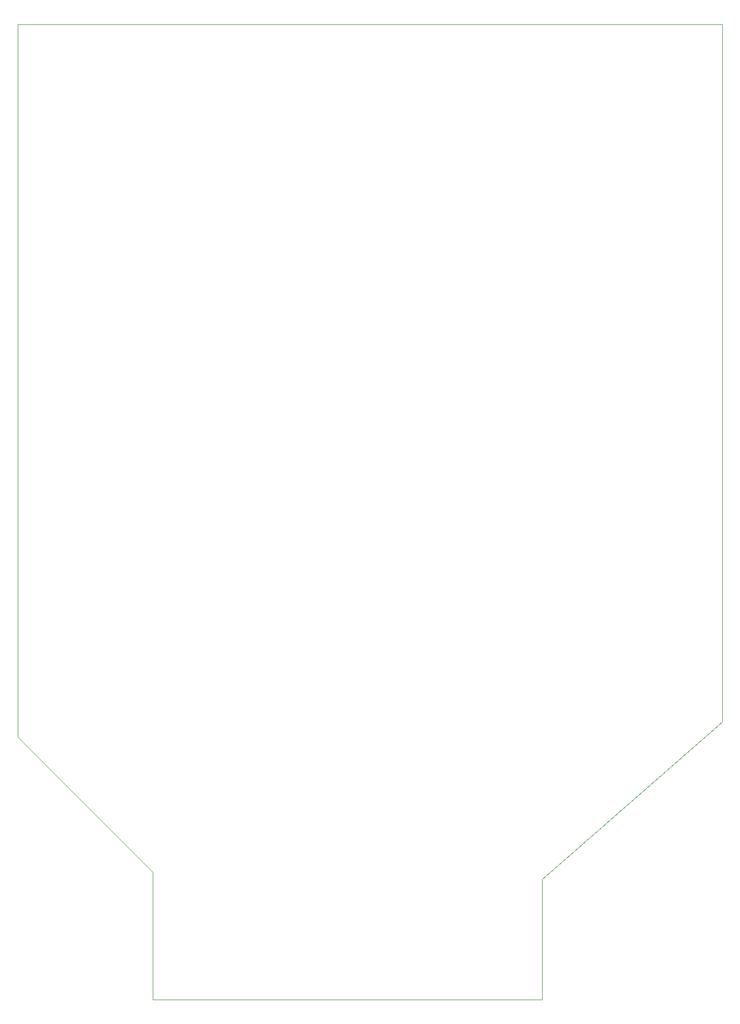
<source format=gbr>
%TF.GenerationSoftware,KiCad,Pcbnew,5.1.6*%
%TF.CreationDate,2020-09-02T19:20:37-05:00*%
%TF.ProjectId,test_pcb,74657374-5f70-4636-922e-6b696361645f,rev?*%
%TF.SameCoordinates,Original*%
%TF.FileFunction,Profile,NP*%
%FSLAX46Y46*%
G04 Gerber Fmt 4.6, Leading zero omitted, Abs format (unit mm)*
G04 Created by KiCad (PCBNEW 5.1.6) date 2020-09-02 19:20:37*
%MOMM*%
%LPD*%
G01*
G04 APERTURE LIST*
%TA.AperFunction,Profile*%
%ADD10C,0.050000*%
%TD*%
G04 APERTURE END LIST*
D10*
X107500000Y-177500000D02*
X172500000Y-177500000D01*
X107500000Y-156250000D02*
X107500000Y-177500000D01*
X85000000Y-133750000D02*
X107500000Y-156250000D01*
X85000000Y-15000000D02*
X85000000Y-133750000D01*
X202500000Y-15000000D02*
X85000000Y-15000000D01*
X202500000Y-131250000D02*
X202500000Y-15000000D01*
X172500000Y-157500000D02*
X202500000Y-131250000D01*
X172500000Y-177500000D02*
X172500000Y-157500000D01*
M02*

</source>
